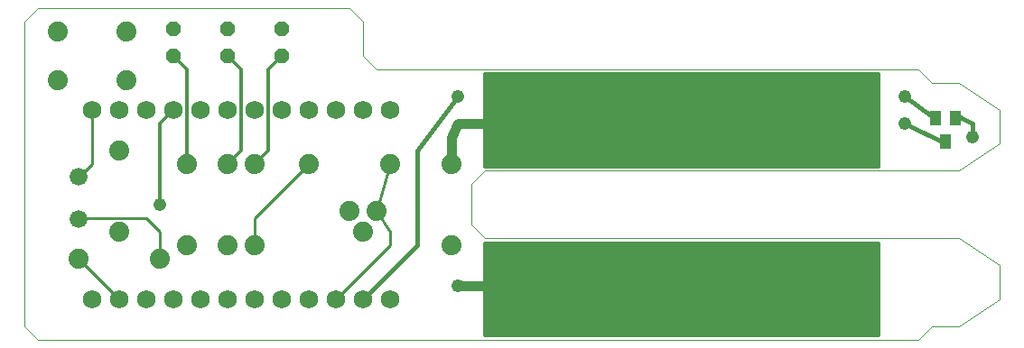
<source format=gtl>
G75*
%MOIN*%
%OFA0B0*%
%FSLAX24Y24*%
%IPPOS*%
%LPD*%
%AMOC8*
5,1,8,0,0,1.08239X$1,22.5*
%
%ADD10C,0.0000*%
%ADD11C,0.0690*%
%ADD12C,0.0740*%
%ADD13C,0.0660*%
%ADD14OC8,0.0560*%
%ADD15R,0.0394X0.0551*%
%ADD16C,0.0100*%
%ADD17C,0.0476*%
%ADD18C,0.0160*%
%ADD19C,0.0120*%
%ADD20C,0.0360*%
D10*
X000600Y000180D02*
X000100Y000680D01*
X000100Y011930D01*
X000600Y012430D01*
X012100Y012430D01*
X012600Y011930D01*
X012600Y010680D01*
X013100Y010180D01*
X033100Y010180D01*
X033600Y009680D01*
X034600Y009680D01*
X036100Y008680D01*
X036100Y007430D01*
X034600Y006430D01*
X017100Y006430D01*
X016600Y005930D01*
X016600Y004430D01*
X017100Y003930D01*
X034600Y003930D01*
X036100Y002930D01*
X036100Y001680D01*
X034600Y000680D01*
X033600Y000680D01*
X033100Y000180D01*
X000600Y000180D01*
D11*
X002600Y001680D03*
X003600Y001680D03*
X004600Y001680D03*
X005600Y001680D03*
X006600Y001680D03*
X007600Y001680D03*
X008600Y001680D03*
X009600Y001680D03*
X010600Y001680D03*
X011600Y001680D03*
X012600Y001680D03*
X013600Y001680D03*
X013600Y008680D03*
X012600Y008680D03*
X011600Y008680D03*
X010600Y008680D03*
X009600Y008680D03*
X008600Y008680D03*
X007600Y008680D03*
X006600Y008680D03*
X005600Y008680D03*
X004600Y008680D03*
X003600Y008680D03*
X002600Y008680D03*
D12*
X001320Y009790D03*
X003880Y009790D03*
X003880Y011570D03*
X001320Y011570D03*
X003600Y007180D03*
X006100Y006680D03*
X007600Y006680D03*
X008600Y006680D03*
X010600Y006680D03*
X013600Y006680D03*
X015850Y006680D03*
X013100Y004930D03*
X012100Y004930D03*
X012600Y004180D03*
X015850Y003680D03*
X008600Y003680D03*
X007600Y003680D03*
X006100Y003680D03*
X005100Y003180D03*
X003600Y004180D03*
X002100Y003180D03*
D13*
X002100Y004643D03*
X002100Y006217D03*
D14*
X005600Y010680D03*
X007600Y010680D03*
X009600Y010680D03*
X009600Y011680D03*
X007600Y011680D03*
X005600Y011680D03*
D15*
X033726Y008363D03*
X034474Y008363D03*
X034100Y007497D03*
D16*
X013600Y006680D02*
X013100Y004930D01*
X013600Y004180D01*
X013600Y003680D01*
X011600Y001680D01*
X008600Y003680D02*
X008600Y004680D01*
X010600Y006680D01*
X005100Y004180D02*
X004600Y004680D01*
X002100Y004680D01*
X002100Y004643D01*
X005100Y004180D02*
X005100Y003180D01*
X003600Y001680D02*
X002100Y003180D01*
X002100Y006180D02*
X002100Y006217D01*
X002100Y006180D02*
X002600Y006680D01*
X002600Y008680D01*
D17*
X005100Y005180D03*
X016100Y002180D03*
X017600Y002180D03*
X017600Y001180D03*
X021100Y001180D03*
X021100Y002180D03*
X021100Y003180D03*
X024600Y003180D03*
X024600Y002180D03*
X024600Y001180D03*
X028100Y001180D03*
X028100Y002180D03*
X028100Y003180D03*
X031100Y003180D03*
X031100Y002180D03*
X031100Y001180D03*
X017600Y003180D03*
X017600Y007180D03*
X017600Y008180D03*
X017600Y009180D03*
X016100Y009180D03*
X021100Y009180D03*
X021100Y008180D03*
X021100Y007180D03*
X024600Y007180D03*
X024600Y008180D03*
X024600Y009180D03*
X028100Y009180D03*
X028100Y008180D03*
X028100Y007180D03*
X031100Y007180D03*
X031100Y008180D03*
X032600Y008180D03*
X035100Y007680D03*
X032600Y009180D03*
X031100Y009180D03*
D18*
X031600Y009223D02*
X017100Y009223D01*
X017100Y009065D02*
X031600Y009065D01*
X031600Y008906D02*
X017100Y008906D01*
X017100Y008748D02*
X031600Y008748D01*
X031600Y008589D02*
X017100Y008589D01*
X017100Y008431D02*
X031600Y008431D01*
X031600Y008272D02*
X017100Y008272D01*
X017100Y008114D02*
X031600Y008114D01*
X031600Y007955D02*
X017100Y007955D01*
X017100Y007797D02*
X031600Y007797D01*
X031600Y007638D02*
X017100Y007638D01*
X017100Y007480D02*
X031600Y007480D01*
X031600Y007321D02*
X017100Y007321D01*
X017100Y007163D02*
X031600Y007163D01*
X031600Y007004D02*
X017100Y007004D01*
X017100Y006846D02*
X031600Y006846D01*
X031600Y006687D02*
X017100Y006687D01*
X017100Y006610D02*
X017100Y010000D01*
X031600Y010000D01*
X031600Y006610D01*
X017100Y006610D01*
X014600Y007180D02*
X016100Y009180D01*
X017100Y009382D02*
X031600Y009382D01*
X031600Y009540D02*
X017100Y009540D01*
X017100Y009699D02*
X031600Y009699D01*
X031600Y009857D02*
X017100Y009857D01*
X014600Y007180D02*
X014600Y003680D01*
X012600Y001680D01*
X017100Y001615D02*
X031600Y001615D01*
X031600Y001457D02*
X017100Y001457D01*
X017100Y001298D02*
X031600Y001298D01*
X031600Y001140D02*
X017100Y001140D01*
X017100Y000981D02*
X031600Y000981D01*
X031600Y000823D02*
X017100Y000823D01*
X017100Y000664D02*
X031600Y000664D01*
X031600Y000506D02*
X017100Y000506D01*
X017100Y000360D02*
X017100Y003750D01*
X031600Y003750D01*
X031600Y000360D01*
X017100Y000360D01*
X017100Y001774D02*
X031600Y001774D01*
X031600Y001932D02*
X017100Y001932D01*
X017100Y002091D02*
X031600Y002091D01*
X031600Y002249D02*
X017100Y002249D01*
X017100Y002408D02*
X031600Y002408D01*
X031600Y002566D02*
X017100Y002566D01*
X017100Y002725D02*
X031600Y002725D01*
X031600Y002883D02*
X017100Y002883D01*
X017100Y003042D02*
X031600Y003042D01*
X031600Y003200D02*
X017100Y003200D01*
X017100Y003359D02*
X031600Y003359D01*
X031600Y003517D02*
X017100Y003517D01*
X017100Y003676D02*
X031600Y003676D01*
X034100Y007430D02*
X034100Y007497D01*
X034100Y007430D02*
X032600Y008180D01*
X032600Y009180D02*
X033600Y008430D01*
X033600Y008363D01*
X033726Y008363D01*
X034474Y008363D02*
X034700Y008363D01*
X034700Y008380D01*
X034600Y008430D01*
X034700Y008380D02*
X035100Y008180D01*
X035100Y007680D01*
D19*
X009600Y010680D02*
X009100Y010180D01*
X009100Y007180D01*
X008600Y006680D01*
X008100Y007180D02*
X007600Y006680D01*
X008100Y007180D02*
X008100Y010180D01*
X007600Y010680D01*
X006100Y010180D02*
X006100Y006680D01*
X005100Y008180D02*
X005100Y005180D01*
X005100Y008180D02*
X005600Y008680D01*
X006100Y010180D02*
X005600Y010680D01*
D20*
X015850Y007680D02*
X016100Y008180D01*
X017100Y008180D01*
X015850Y007680D02*
X015850Y006680D01*
X016100Y002180D02*
X017100Y002180D01*
M02*

</source>
